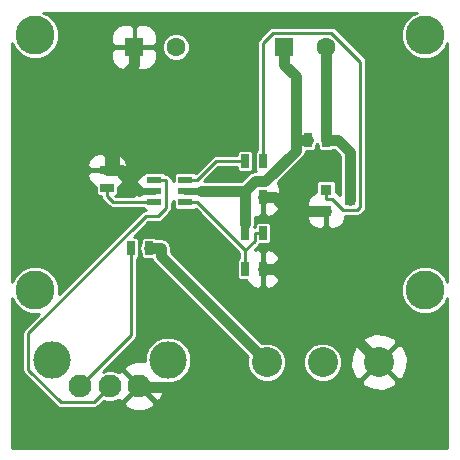
<source format=gtl>
G04 (created by PCBNEW (2013-mar-13)-testing) date Thu 23 Jan 2014 01:37:46 PM PST*
%MOIN*%
G04 Gerber Fmt 3.4, Leading zero omitted, Abs format*
%FSLAX34Y34*%
G01*
G70*
G90*
G04 APERTURE LIST*
%ADD10C,0.005906*%
%ADD11R,0.025000X0.045000*%
%ADD12R,0.063000X0.063000*%
%ADD13C,0.063000*%
%ADD14R,0.036000X0.036000*%
%ADD15R,0.045000X0.025000*%
%ADD16C,0.076000*%
%ADD17C,0.125000*%
%ADD18C,0.100000*%
%ADD19R,0.048031X0.024409*%
%ADD20C,0.130000*%
%ADD21C,0.035000*%
%ADD22C,0.024992*%
%ADD23C,0.024402*%
%ADD24C,0.010000*%
G04 APERTURE END LIST*
G54D10*
G54D11*
X18000Y-16400D03*
X18600Y-16400D03*
X20700Y-14500D03*
X20100Y-14500D03*
G54D12*
X14311Y-11400D03*
G54D13*
X15689Y-11400D03*
G54D12*
X19311Y-11400D03*
G54D13*
X20689Y-11400D03*
G54D14*
X20700Y-16850D03*
X20700Y-16150D03*
X21500Y-16500D03*
G54D11*
X14800Y-18100D03*
X14200Y-18100D03*
X18000Y-17600D03*
X18600Y-17600D03*
X18600Y-15200D03*
X18000Y-15200D03*
G54D15*
X13400Y-16100D03*
X13400Y-15500D03*
G54D11*
X18000Y-18800D03*
X18600Y-18800D03*
G54D16*
X12516Y-22700D03*
X13500Y-22700D03*
X14484Y-22700D03*
G54D17*
X11570Y-21834D03*
X15430Y-21834D03*
G54D18*
X18730Y-21900D03*
X20600Y-21900D03*
X22470Y-21900D03*
G54D19*
X16015Y-15825D03*
X16015Y-16200D03*
X16015Y-16574D03*
X14984Y-16574D03*
X14984Y-16200D03*
X14984Y-15825D03*
G54D20*
X11000Y-19500D03*
X24000Y-11000D03*
X11000Y-11000D03*
X24000Y-19500D03*
G54D21*
X14800Y-18100D02*
X15200Y-18100D01*
X15200Y-18370D02*
X15200Y-18100D01*
X18730Y-21900D02*
X15200Y-18370D01*
G54D22*
X18000Y-17303D02*
X18000Y-17600D01*
G54D21*
X18000Y-17303D02*
X18000Y-16400D01*
X18000Y-16400D02*
X18000Y-16199D01*
G54D23*
X16479Y-16199D02*
X16478Y-16200D01*
X16531Y-16199D02*
X16479Y-16199D01*
X16015Y-16200D02*
X16478Y-16200D01*
G54D21*
X20100Y-14500D02*
X19699Y-14500D01*
X18000Y-16199D02*
X16531Y-16199D01*
X19699Y-14850D02*
X19699Y-14500D01*
X18682Y-15867D02*
X19699Y-14850D01*
X18331Y-15867D02*
X18682Y-15867D01*
X18000Y-16199D02*
X18331Y-15867D01*
X19699Y-12379D02*
X19699Y-14500D01*
X19310Y-11990D02*
X19699Y-12379D01*
X19310Y-11400D02*
X19310Y-11990D01*
X18600Y-16400D02*
X19000Y-16400D01*
G54D23*
X14468Y-16200D02*
X14984Y-16200D01*
G54D21*
X13900Y-15631D02*
X13900Y-15500D01*
X14468Y-16200D02*
X13900Y-15631D01*
X13400Y-15500D02*
X13650Y-15500D01*
X13650Y-15500D02*
X13900Y-15500D01*
X13650Y-12651D02*
X14310Y-11990D01*
X13650Y-15500D02*
X13650Y-12651D01*
X14310Y-11400D02*
X14310Y-11990D01*
X18600Y-18800D02*
X19000Y-18800D01*
X20700Y-16850D02*
X19450Y-16850D01*
X19450Y-16850D02*
X19000Y-16400D01*
X19450Y-18350D02*
X19450Y-16850D01*
X19000Y-18800D02*
X19450Y-18350D01*
X21680Y-21110D02*
X19665Y-21110D01*
X22470Y-21900D02*
X21680Y-21110D01*
X14521Y-22737D02*
X14484Y-22700D01*
X18989Y-22737D02*
X14521Y-22737D01*
X19665Y-22061D02*
X18989Y-22737D01*
X19665Y-21110D02*
X19665Y-22061D01*
X19665Y-19464D02*
X19665Y-21110D01*
X19000Y-18800D02*
X19665Y-19464D01*
G54D24*
X18600Y-17600D02*
X18324Y-17600D01*
X16015Y-16574D02*
X16406Y-16574D01*
X16406Y-16574D02*
X18012Y-18180D01*
X18000Y-18193D02*
X18012Y-18180D01*
X18000Y-18800D02*
X18000Y-18193D01*
X18324Y-17868D02*
X18324Y-17600D01*
X18012Y-18180D02*
X18324Y-17868D01*
X20904Y-16480D02*
X20700Y-16480D01*
X21254Y-16830D02*
X20904Y-16480D01*
X21749Y-16830D02*
X21254Y-16830D01*
X21849Y-16730D02*
X21749Y-16830D01*
X21849Y-11886D02*
X21849Y-16730D01*
X20878Y-10916D02*
X21849Y-11886D01*
X18950Y-10916D02*
X20878Y-10916D01*
X18600Y-11266D02*
X18950Y-10916D01*
X18600Y-15200D02*
X18600Y-11266D01*
X20700Y-16150D02*
X20700Y-16480D01*
X17032Y-15200D02*
X18000Y-15200D01*
X16406Y-15825D02*
X17032Y-15200D01*
X16015Y-15825D02*
X16406Y-15825D01*
G54D21*
X21500Y-14899D02*
X21100Y-14500D01*
X21500Y-16500D02*
X21500Y-14899D01*
X20700Y-14500D02*
X21100Y-14500D01*
X20689Y-13988D02*
X20700Y-13999D01*
X20689Y-11400D02*
X20689Y-13988D01*
X20700Y-14500D02*
X20700Y-13999D01*
G54D24*
X13598Y-16574D02*
X13400Y-16375D01*
X14984Y-16574D02*
X13598Y-16574D01*
X13400Y-16100D02*
X13400Y-16375D01*
X14200Y-21015D02*
X14200Y-18100D01*
X12515Y-22700D02*
X14200Y-21015D01*
X14984Y-15825D02*
X15374Y-15825D01*
X12967Y-23232D02*
X13500Y-22700D01*
X11855Y-23232D02*
X12967Y-23232D01*
X10781Y-22158D02*
X11855Y-23232D01*
X10781Y-20948D02*
X10781Y-22158D01*
X14689Y-17040D02*
X10781Y-20948D01*
X15094Y-17040D02*
X14689Y-17040D01*
X15374Y-16761D02*
X15094Y-17040D01*
X15374Y-15825D02*
X15374Y-16761D01*
G54D10*
G36*
X24750Y-24750D02*
X23422Y-24750D01*
X23422Y-21723D01*
X23282Y-21372D01*
X23268Y-21351D01*
X23092Y-21312D01*
X23057Y-21347D01*
X23057Y-21277D01*
X23018Y-21101D01*
X22671Y-20952D01*
X22293Y-20947D01*
X21942Y-21087D01*
X21921Y-21101D01*
X21882Y-21277D01*
X22470Y-21864D01*
X23057Y-21277D01*
X23057Y-21347D01*
X22505Y-21900D01*
X23092Y-22487D01*
X23268Y-22448D01*
X23417Y-22101D01*
X23422Y-21723D01*
X23422Y-24750D01*
X23057Y-24750D01*
X23057Y-22522D01*
X22470Y-21935D01*
X22434Y-21970D01*
X22434Y-21900D01*
X21847Y-21312D01*
X21671Y-21351D01*
X21522Y-21698D01*
X21517Y-22076D01*
X21657Y-22427D01*
X21671Y-22448D01*
X21847Y-22487D01*
X22434Y-21900D01*
X22434Y-21970D01*
X21882Y-22522D01*
X21921Y-22698D01*
X22268Y-22847D01*
X22646Y-22852D01*
X22997Y-22712D01*
X23018Y-22698D01*
X23057Y-22522D01*
X23057Y-24750D01*
X21250Y-24750D01*
X21250Y-21771D01*
X21151Y-21532D01*
X20968Y-21349D01*
X20729Y-21250D01*
X20675Y-21250D01*
X20675Y-17367D01*
X20675Y-16875D01*
X20182Y-16875D01*
X20070Y-16987D01*
X20070Y-17119D01*
X20138Y-17284D01*
X20265Y-17411D01*
X20430Y-17480D01*
X20562Y-17480D01*
X20675Y-17367D01*
X20675Y-21250D01*
X20471Y-21249D01*
X20232Y-21348D01*
X20049Y-21531D01*
X19950Y-21770D01*
X19949Y-22028D01*
X20048Y-22267D01*
X20231Y-22450D01*
X20470Y-22549D01*
X20728Y-22550D01*
X20967Y-22451D01*
X21150Y-22268D01*
X21249Y-22029D01*
X21250Y-21771D01*
X21250Y-24750D01*
X16205Y-24750D01*
X16205Y-21680D01*
X16087Y-21395D01*
X15869Y-21177D01*
X15584Y-21059D01*
X15276Y-21058D01*
X14991Y-21176D01*
X14773Y-21394D01*
X14655Y-21679D01*
X14654Y-21871D01*
X14326Y-21868D01*
X14020Y-21991D01*
X14007Y-22000D01*
X13983Y-22163D01*
X14484Y-22664D01*
X14489Y-22659D01*
X14524Y-22694D01*
X14519Y-22700D01*
X15020Y-23200D01*
X15183Y-23176D01*
X15312Y-22873D01*
X15314Y-22608D01*
X15583Y-22609D01*
X15868Y-22491D01*
X16086Y-22273D01*
X16204Y-21988D01*
X16205Y-21680D01*
X16205Y-24750D01*
X14984Y-24750D01*
X14984Y-23236D01*
X14484Y-22735D01*
X13983Y-23236D01*
X14007Y-23399D01*
X14310Y-23528D01*
X14641Y-23531D01*
X14947Y-23408D01*
X14960Y-23399D01*
X14984Y-23236D01*
X14984Y-24750D01*
X10250Y-24750D01*
X10250Y-19779D01*
X10321Y-19952D01*
X10546Y-20177D01*
X10840Y-20299D01*
X11147Y-20300D01*
X10640Y-20807D01*
X10596Y-20871D01*
X10581Y-20948D01*
X10581Y-22158D01*
X10596Y-22235D01*
X10640Y-22299D01*
X11713Y-23373D01*
X11778Y-23416D01*
X11855Y-23432D01*
X12967Y-23432D01*
X13044Y-23416D01*
X13109Y-23373D01*
X13294Y-23188D01*
X13394Y-23229D01*
X13604Y-23230D01*
X13774Y-23160D01*
X13775Y-23163D01*
X13784Y-23176D01*
X13947Y-23200D01*
X14448Y-22700D01*
X13947Y-22199D01*
X13784Y-22223D01*
X13777Y-22241D01*
X13605Y-22170D01*
X13395Y-22169D01*
X13282Y-22216D01*
X14341Y-21157D01*
X14384Y-21092D01*
X14384Y-21092D01*
X14400Y-21015D01*
X14400Y-18456D01*
X14409Y-18452D01*
X14452Y-18409D01*
X14475Y-18354D01*
X14475Y-18295D01*
X14475Y-18100D01*
X14499Y-18224D01*
X14525Y-18262D01*
X14525Y-18354D01*
X14547Y-18409D01*
X14590Y-18452D01*
X14645Y-18475D01*
X14704Y-18475D01*
X14895Y-18475D01*
X14899Y-18494D01*
X14970Y-18599D01*
X18097Y-21727D01*
X18080Y-21770D01*
X18079Y-22028D01*
X18178Y-22267D01*
X18361Y-22450D01*
X18600Y-22549D01*
X18858Y-22550D01*
X19097Y-22451D01*
X19280Y-22268D01*
X19379Y-22029D01*
X19380Y-21771D01*
X19281Y-21532D01*
X19175Y-21425D01*
X19175Y-19114D01*
X19175Y-18937D01*
X19175Y-18662D01*
X19175Y-18485D01*
X19175Y-16714D01*
X19175Y-16537D01*
X19062Y-16425D01*
X18625Y-16425D01*
X18625Y-16962D01*
X18737Y-17075D01*
X18814Y-17075D01*
X18979Y-17006D01*
X19106Y-16879D01*
X19175Y-16714D01*
X19175Y-18485D01*
X19106Y-18320D01*
X18979Y-18193D01*
X18814Y-18125D01*
X18737Y-18125D01*
X18625Y-18237D01*
X18625Y-18775D01*
X19062Y-18775D01*
X19175Y-18662D01*
X19175Y-18937D01*
X19062Y-18825D01*
X18625Y-18825D01*
X18625Y-19362D01*
X18737Y-19475D01*
X18814Y-19475D01*
X18979Y-19406D01*
X19106Y-19279D01*
X19175Y-19114D01*
X19175Y-21425D01*
X19098Y-21349D01*
X18859Y-21250D01*
X18601Y-21249D01*
X18557Y-21267D01*
X15525Y-18235D01*
X15525Y-18100D01*
X15500Y-17975D01*
X15429Y-17870D01*
X15324Y-17799D01*
X15200Y-17775D01*
X15037Y-17775D01*
X15009Y-17747D01*
X14954Y-17725D01*
X14895Y-17725D01*
X14645Y-17725D01*
X14590Y-17747D01*
X14547Y-17790D01*
X14525Y-17845D01*
X14525Y-17904D01*
X14525Y-17937D01*
X14499Y-17975D01*
X14475Y-18100D01*
X14475Y-17845D01*
X14452Y-17790D01*
X14409Y-17747D01*
X14354Y-17725D01*
X14295Y-17725D01*
X14287Y-17725D01*
X14772Y-17240D01*
X15094Y-17240D01*
X15171Y-17225D01*
X15236Y-17182D01*
X15515Y-16902D01*
X15559Y-16837D01*
X15574Y-16761D01*
X15574Y-16608D01*
X15605Y-16576D01*
X15625Y-16529D01*
X15625Y-16725D01*
X15648Y-16781D01*
X15690Y-16823D01*
X15745Y-16846D01*
X15805Y-16846D01*
X16285Y-16846D01*
X16340Y-16823D01*
X16356Y-16807D01*
X17800Y-18250D01*
X17800Y-18443D01*
X17790Y-18447D01*
X17747Y-18490D01*
X17725Y-18545D01*
X17725Y-18604D01*
X17725Y-19054D01*
X17747Y-19109D01*
X17790Y-19152D01*
X17845Y-19175D01*
X17904Y-19175D01*
X18050Y-19175D01*
X18093Y-19279D01*
X18220Y-19406D01*
X18385Y-19475D01*
X18462Y-19475D01*
X18575Y-19362D01*
X18575Y-18825D01*
X18567Y-18825D01*
X18567Y-18775D01*
X18575Y-18775D01*
X18575Y-18237D01*
X18462Y-18125D01*
X18385Y-18125D01*
X18326Y-18149D01*
X18466Y-18009D01*
X18489Y-17975D01*
X18504Y-17975D01*
X18754Y-17975D01*
X18809Y-17952D01*
X18852Y-17909D01*
X18875Y-17854D01*
X18875Y-17795D01*
X18875Y-17345D01*
X18852Y-17290D01*
X18809Y-17247D01*
X18754Y-17225D01*
X18695Y-17225D01*
X18445Y-17225D01*
X18390Y-17247D01*
X18347Y-17290D01*
X18325Y-17345D01*
X18325Y-17400D01*
X18324Y-17400D01*
X18305Y-17403D01*
X18325Y-17303D01*
X18325Y-17049D01*
X18385Y-17075D01*
X18462Y-17075D01*
X18575Y-16962D01*
X18575Y-16425D01*
X18567Y-16425D01*
X18567Y-16375D01*
X18575Y-16375D01*
X18575Y-16367D01*
X18625Y-16367D01*
X18625Y-16375D01*
X19062Y-16375D01*
X19175Y-16262D01*
X19175Y-16085D01*
X19106Y-15920D01*
X19098Y-15911D01*
X19929Y-15079D01*
X19929Y-15079D01*
X19929Y-15079D01*
X19971Y-15016D01*
X20000Y-14974D01*
X20000Y-14974D01*
X20019Y-14875D01*
X20254Y-14875D01*
X20309Y-14852D01*
X20352Y-14809D01*
X20375Y-14754D01*
X20375Y-14695D01*
X20375Y-14662D01*
X20400Y-14624D01*
X20425Y-14662D01*
X20425Y-14754D01*
X20447Y-14809D01*
X20490Y-14852D01*
X20545Y-14875D01*
X20604Y-14875D01*
X20854Y-14875D01*
X20909Y-14852D01*
X20937Y-14825D01*
X20965Y-14825D01*
X21175Y-15034D01*
X21175Y-16278D01*
X21170Y-16290D01*
X21170Y-16323D01*
X21134Y-16288D01*
X21030Y-16245D01*
X21030Y-15940D01*
X21007Y-15885D01*
X20964Y-15842D01*
X20909Y-15820D01*
X20850Y-15820D01*
X20490Y-15820D01*
X20435Y-15842D01*
X20392Y-15885D01*
X20370Y-15940D01*
X20370Y-15999D01*
X20370Y-16245D01*
X20265Y-16288D01*
X20138Y-16415D01*
X20070Y-16580D01*
X20070Y-16712D01*
X20182Y-16825D01*
X20675Y-16825D01*
X20675Y-16817D01*
X20725Y-16817D01*
X20725Y-16825D01*
X20732Y-16825D01*
X20732Y-16875D01*
X20725Y-16875D01*
X20725Y-17367D01*
X20837Y-17480D01*
X20969Y-17480D01*
X21134Y-17411D01*
X21261Y-17284D01*
X21330Y-17119D01*
X21330Y-17030D01*
X21749Y-17030D01*
X21825Y-17014D01*
X21890Y-16971D01*
X21990Y-16871D01*
X22034Y-16806D01*
X22049Y-16730D01*
X22049Y-11886D01*
X22034Y-11809D01*
X22034Y-11809D01*
X21990Y-11745D01*
X21020Y-10774D01*
X20955Y-10731D01*
X20878Y-10716D01*
X18950Y-10716D01*
X18886Y-10728D01*
X18873Y-10731D01*
X18809Y-10774D01*
X18458Y-11125D01*
X18415Y-11190D01*
X18400Y-11266D01*
X18400Y-14843D01*
X18390Y-14847D01*
X18347Y-14890D01*
X18325Y-14945D01*
X18325Y-15004D01*
X18325Y-15454D01*
X18347Y-15509D01*
X18380Y-15542D01*
X18331Y-15542D01*
X18207Y-15566D01*
X18102Y-15637D01*
X17865Y-15874D01*
X16640Y-15874D01*
X17114Y-15400D01*
X17725Y-15400D01*
X17725Y-15454D01*
X17747Y-15509D01*
X17790Y-15552D01*
X17845Y-15575D01*
X17904Y-15575D01*
X18154Y-15575D01*
X18209Y-15552D01*
X18252Y-15509D01*
X18275Y-15454D01*
X18275Y-15395D01*
X18275Y-14945D01*
X18252Y-14890D01*
X18209Y-14847D01*
X18154Y-14825D01*
X18095Y-14825D01*
X17845Y-14825D01*
X17790Y-14847D01*
X17747Y-14890D01*
X17725Y-14945D01*
X17725Y-15000D01*
X17032Y-15000D01*
X16955Y-15015D01*
X16890Y-15058D01*
X16356Y-15592D01*
X16340Y-15576D01*
X16285Y-15553D01*
X16226Y-15553D01*
X16154Y-15553D01*
X16154Y-11307D01*
X16083Y-11136D01*
X15952Y-11006D01*
X15781Y-10935D01*
X15596Y-10934D01*
X15425Y-11005D01*
X15295Y-11136D01*
X15224Y-11307D01*
X15223Y-11492D01*
X15294Y-11663D01*
X15425Y-11793D01*
X15596Y-11864D01*
X15781Y-11865D01*
X15952Y-11794D01*
X16082Y-11663D01*
X16153Y-11492D01*
X16154Y-11307D01*
X16154Y-15553D01*
X15745Y-15553D01*
X15690Y-15576D01*
X15648Y-15618D01*
X15625Y-15674D01*
X15625Y-15733D01*
X15625Y-15870D01*
X15605Y-15823D01*
X15566Y-15783D01*
X15559Y-15749D01*
X15515Y-15684D01*
X15451Y-15641D01*
X15374Y-15625D01*
X15354Y-15625D01*
X15351Y-15618D01*
X15309Y-15576D01*
X15254Y-15553D01*
X15194Y-15553D01*
X15076Y-15553D01*
X15076Y-11804D01*
X15076Y-11625D01*
X15076Y-11537D01*
X15076Y-11262D01*
X15076Y-11174D01*
X15076Y-10995D01*
X15007Y-10830D01*
X14880Y-10703D01*
X14715Y-10635D01*
X14448Y-10635D01*
X14336Y-10747D01*
X14336Y-11375D01*
X14963Y-11375D01*
X15076Y-11262D01*
X15076Y-11537D01*
X14963Y-11425D01*
X14336Y-11425D01*
X14336Y-12052D01*
X14448Y-12165D01*
X14715Y-12165D01*
X14880Y-12096D01*
X15007Y-11969D01*
X15076Y-11804D01*
X15076Y-15553D01*
X14714Y-15553D01*
X14659Y-15576D01*
X14616Y-15618D01*
X14604Y-15648D01*
X14489Y-15696D01*
X14362Y-15823D01*
X14294Y-15988D01*
X14294Y-16062D01*
X14406Y-16175D01*
X14959Y-16175D01*
X14959Y-16167D01*
X15009Y-16167D01*
X15009Y-16175D01*
X15017Y-16175D01*
X15017Y-16225D01*
X15009Y-16225D01*
X15009Y-16232D01*
X14959Y-16232D01*
X14959Y-16225D01*
X14406Y-16225D01*
X14294Y-16337D01*
X14294Y-16374D01*
X14286Y-16374D01*
X14286Y-12052D01*
X14286Y-11425D01*
X14286Y-11375D01*
X14286Y-10747D01*
X14173Y-10635D01*
X13906Y-10635D01*
X13741Y-10703D01*
X13614Y-10830D01*
X13546Y-10995D01*
X13546Y-11174D01*
X13546Y-11262D01*
X13658Y-11375D01*
X14286Y-11375D01*
X14286Y-11425D01*
X13658Y-11425D01*
X13546Y-11537D01*
X13546Y-11625D01*
X13546Y-11804D01*
X13614Y-11969D01*
X13741Y-12096D01*
X13906Y-12165D01*
X14173Y-12165D01*
X14286Y-12052D01*
X14286Y-16374D01*
X13681Y-16374D01*
X13674Y-16366D01*
X13709Y-16352D01*
X13752Y-16309D01*
X13775Y-16254D01*
X13775Y-16195D01*
X13775Y-16049D01*
X13879Y-16006D01*
X14006Y-15879D01*
X14075Y-15714D01*
X14075Y-15637D01*
X14075Y-15362D01*
X14075Y-15285D01*
X14006Y-15120D01*
X13879Y-14993D01*
X13714Y-14925D01*
X13537Y-14925D01*
X13425Y-15037D01*
X13425Y-15475D01*
X13962Y-15475D01*
X14075Y-15362D01*
X14075Y-15637D01*
X13962Y-15525D01*
X13425Y-15525D01*
X13425Y-15532D01*
X13375Y-15532D01*
X13375Y-15525D01*
X13375Y-15475D01*
X13375Y-15037D01*
X13262Y-14925D01*
X13085Y-14925D01*
X12920Y-14993D01*
X12793Y-15120D01*
X12725Y-15285D01*
X12725Y-15362D01*
X12837Y-15475D01*
X13375Y-15475D01*
X13375Y-15525D01*
X12837Y-15525D01*
X12725Y-15637D01*
X12725Y-15714D01*
X12793Y-15879D01*
X12920Y-16006D01*
X13025Y-16049D01*
X13025Y-16254D01*
X13047Y-16309D01*
X13090Y-16352D01*
X13145Y-16375D01*
X13200Y-16375D01*
X13200Y-16375D01*
X13215Y-16451D01*
X13258Y-16516D01*
X13457Y-16715D01*
X13522Y-16758D01*
X13598Y-16774D01*
X14614Y-16774D01*
X14616Y-16781D01*
X14659Y-16823D01*
X14701Y-16840D01*
X14689Y-16840D01*
X14612Y-16856D01*
X14591Y-16870D01*
X14547Y-16899D01*
X11799Y-19647D01*
X11800Y-19341D01*
X11678Y-19047D01*
X11453Y-18822D01*
X11159Y-18700D01*
X10841Y-18699D01*
X10547Y-18821D01*
X10322Y-19046D01*
X10250Y-19220D01*
X10250Y-11279D01*
X10321Y-11452D01*
X10546Y-11677D01*
X10840Y-11799D01*
X11158Y-11800D01*
X11452Y-11678D01*
X11677Y-11453D01*
X11799Y-11159D01*
X11800Y-10841D01*
X11678Y-10547D01*
X11453Y-10322D01*
X11279Y-10250D01*
X23720Y-10250D01*
X23547Y-10321D01*
X23322Y-10546D01*
X23200Y-10840D01*
X23199Y-11158D01*
X23321Y-11452D01*
X23546Y-11677D01*
X23840Y-11799D01*
X24158Y-11800D01*
X24452Y-11678D01*
X24677Y-11453D01*
X24750Y-11279D01*
X24750Y-19220D01*
X24678Y-19047D01*
X24453Y-18822D01*
X24159Y-18700D01*
X23841Y-18699D01*
X23547Y-18821D01*
X23322Y-19046D01*
X23200Y-19340D01*
X23199Y-19658D01*
X23321Y-19952D01*
X23546Y-20177D01*
X23840Y-20299D01*
X24158Y-20300D01*
X24452Y-20178D01*
X24677Y-19953D01*
X24750Y-19779D01*
X24750Y-24750D01*
X24750Y-24750D01*
G37*
G54D24*
X24750Y-24750D02*
X23422Y-24750D01*
X23422Y-21723D01*
X23282Y-21372D01*
X23268Y-21351D01*
X23092Y-21312D01*
X23057Y-21347D01*
X23057Y-21277D01*
X23018Y-21101D01*
X22671Y-20952D01*
X22293Y-20947D01*
X21942Y-21087D01*
X21921Y-21101D01*
X21882Y-21277D01*
X22470Y-21864D01*
X23057Y-21277D01*
X23057Y-21347D01*
X22505Y-21900D01*
X23092Y-22487D01*
X23268Y-22448D01*
X23417Y-22101D01*
X23422Y-21723D01*
X23422Y-24750D01*
X23057Y-24750D01*
X23057Y-22522D01*
X22470Y-21935D01*
X22434Y-21970D01*
X22434Y-21900D01*
X21847Y-21312D01*
X21671Y-21351D01*
X21522Y-21698D01*
X21517Y-22076D01*
X21657Y-22427D01*
X21671Y-22448D01*
X21847Y-22487D01*
X22434Y-21900D01*
X22434Y-21970D01*
X21882Y-22522D01*
X21921Y-22698D01*
X22268Y-22847D01*
X22646Y-22852D01*
X22997Y-22712D01*
X23018Y-22698D01*
X23057Y-22522D01*
X23057Y-24750D01*
X21250Y-24750D01*
X21250Y-21771D01*
X21151Y-21532D01*
X20968Y-21349D01*
X20729Y-21250D01*
X20675Y-21250D01*
X20675Y-17367D01*
X20675Y-16875D01*
X20182Y-16875D01*
X20070Y-16987D01*
X20070Y-17119D01*
X20138Y-17284D01*
X20265Y-17411D01*
X20430Y-17480D01*
X20562Y-17480D01*
X20675Y-17367D01*
X20675Y-21250D01*
X20471Y-21249D01*
X20232Y-21348D01*
X20049Y-21531D01*
X19950Y-21770D01*
X19949Y-22028D01*
X20048Y-22267D01*
X20231Y-22450D01*
X20470Y-22549D01*
X20728Y-22550D01*
X20967Y-22451D01*
X21150Y-22268D01*
X21249Y-22029D01*
X21250Y-21771D01*
X21250Y-24750D01*
X16205Y-24750D01*
X16205Y-21680D01*
X16087Y-21395D01*
X15869Y-21177D01*
X15584Y-21059D01*
X15276Y-21058D01*
X14991Y-21176D01*
X14773Y-21394D01*
X14655Y-21679D01*
X14654Y-21871D01*
X14326Y-21868D01*
X14020Y-21991D01*
X14007Y-22000D01*
X13983Y-22163D01*
X14484Y-22664D01*
X14489Y-22659D01*
X14524Y-22694D01*
X14519Y-22700D01*
X15020Y-23200D01*
X15183Y-23176D01*
X15312Y-22873D01*
X15314Y-22608D01*
X15583Y-22609D01*
X15868Y-22491D01*
X16086Y-22273D01*
X16204Y-21988D01*
X16205Y-21680D01*
X16205Y-24750D01*
X14984Y-24750D01*
X14984Y-23236D01*
X14484Y-22735D01*
X13983Y-23236D01*
X14007Y-23399D01*
X14310Y-23528D01*
X14641Y-23531D01*
X14947Y-23408D01*
X14960Y-23399D01*
X14984Y-23236D01*
X14984Y-24750D01*
X10250Y-24750D01*
X10250Y-19779D01*
X10321Y-19952D01*
X10546Y-20177D01*
X10840Y-20299D01*
X11147Y-20300D01*
X10640Y-20807D01*
X10596Y-20871D01*
X10581Y-20948D01*
X10581Y-22158D01*
X10596Y-22235D01*
X10640Y-22299D01*
X11713Y-23373D01*
X11778Y-23416D01*
X11855Y-23432D01*
X12967Y-23432D01*
X13044Y-23416D01*
X13109Y-23373D01*
X13294Y-23188D01*
X13394Y-23229D01*
X13604Y-23230D01*
X13774Y-23160D01*
X13775Y-23163D01*
X13784Y-23176D01*
X13947Y-23200D01*
X14448Y-22700D01*
X13947Y-22199D01*
X13784Y-22223D01*
X13777Y-22241D01*
X13605Y-22170D01*
X13395Y-22169D01*
X13282Y-22216D01*
X14341Y-21157D01*
X14384Y-21092D01*
X14384Y-21092D01*
X14400Y-21015D01*
X14400Y-18456D01*
X14409Y-18452D01*
X14452Y-18409D01*
X14475Y-18354D01*
X14475Y-18295D01*
X14475Y-18100D01*
X14499Y-18224D01*
X14525Y-18262D01*
X14525Y-18354D01*
X14547Y-18409D01*
X14590Y-18452D01*
X14645Y-18475D01*
X14704Y-18475D01*
X14895Y-18475D01*
X14899Y-18494D01*
X14970Y-18599D01*
X18097Y-21727D01*
X18080Y-21770D01*
X18079Y-22028D01*
X18178Y-22267D01*
X18361Y-22450D01*
X18600Y-22549D01*
X18858Y-22550D01*
X19097Y-22451D01*
X19280Y-22268D01*
X19379Y-22029D01*
X19380Y-21771D01*
X19281Y-21532D01*
X19175Y-21425D01*
X19175Y-19114D01*
X19175Y-18937D01*
X19175Y-18662D01*
X19175Y-18485D01*
X19175Y-16714D01*
X19175Y-16537D01*
X19062Y-16425D01*
X18625Y-16425D01*
X18625Y-16962D01*
X18737Y-17075D01*
X18814Y-17075D01*
X18979Y-17006D01*
X19106Y-16879D01*
X19175Y-16714D01*
X19175Y-18485D01*
X19106Y-18320D01*
X18979Y-18193D01*
X18814Y-18125D01*
X18737Y-18125D01*
X18625Y-18237D01*
X18625Y-18775D01*
X19062Y-18775D01*
X19175Y-18662D01*
X19175Y-18937D01*
X19062Y-18825D01*
X18625Y-18825D01*
X18625Y-19362D01*
X18737Y-19475D01*
X18814Y-19475D01*
X18979Y-19406D01*
X19106Y-19279D01*
X19175Y-19114D01*
X19175Y-21425D01*
X19098Y-21349D01*
X18859Y-21250D01*
X18601Y-21249D01*
X18557Y-21267D01*
X15525Y-18235D01*
X15525Y-18100D01*
X15500Y-17975D01*
X15429Y-17870D01*
X15324Y-17799D01*
X15200Y-17775D01*
X15037Y-17775D01*
X15009Y-17747D01*
X14954Y-17725D01*
X14895Y-17725D01*
X14645Y-17725D01*
X14590Y-17747D01*
X14547Y-17790D01*
X14525Y-17845D01*
X14525Y-17904D01*
X14525Y-17937D01*
X14499Y-17975D01*
X14475Y-18100D01*
X14475Y-17845D01*
X14452Y-17790D01*
X14409Y-17747D01*
X14354Y-17725D01*
X14295Y-17725D01*
X14287Y-17725D01*
X14772Y-17240D01*
X15094Y-17240D01*
X15171Y-17225D01*
X15236Y-17182D01*
X15515Y-16902D01*
X15559Y-16837D01*
X15574Y-16761D01*
X15574Y-16608D01*
X15605Y-16576D01*
X15625Y-16529D01*
X15625Y-16725D01*
X15648Y-16781D01*
X15690Y-16823D01*
X15745Y-16846D01*
X15805Y-16846D01*
X16285Y-16846D01*
X16340Y-16823D01*
X16356Y-16807D01*
X17800Y-18250D01*
X17800Y-18443D01*
X17790Y-18447D01*
X17747Y-18490D01*
X17725Y-18545D01*
X17725Y-18604D01*
X17725Y-19054D01*
X17747Y-19109D01*
X17790Y-19152D01*
X17845Y-19175D01*
X17904Y-19175D01*
X18050Y-19175D01*
X18093Y-19279D01*
X18220Y-19406D01*
X18385Y-19475D01*
X18462Y-19475D01*
X18575Y-19362D01*
X18575Y-18825D01*
X18567Y-18825D01*
X18567Y-18775D01*
X18575Y-18775D01*
X18575Y-18237D01*
X18462Y-18125D01*
X18385Y-18125D01*
X18326Y-18149D01*
X18466Y-18009D01*
X18489Y-17975D01*
X18504Y-17975D01*
X18754Y-17975D01*
X18809Y-17952D01*
X18852Y-17909D01*
X18875Y-17854D01*
X18875Y-17795D01*
X18875Y-17345D01*
X18852Y-17290D01*
X18809Y-17247D01*
X18754Y-17225D01*
X18695Y-17225D01*
X18445Y-17225D01*
X18390Y-17247D01*
X18347Y-17290D01*
X18325Y-17345D01*
X18325Y-17400D01*
X18324Y-17400D01*
X18305Y-17403D01*
X18325Y-17303D01*
X18325Y-17049D01*
X18385Y-17075D01*
X18462Y-17075D01*
X18575Y-16962D01*
X18575Y-16425D01*
X18567Y-16425D01*
X18567Y-16375D01*
X18575Y-16375D01*
X18575Y-16367D01*
X18625Y-16367D01*
X18625Y-16375D01*
X19062Y-16375D01*
X19175Y-16262D01*
X19175Y-16085D01*
X19106Y-15920D01*
X19098Y-15911D01*
X19929Y-15079D01*
X19929Y-15079D01*
X19929Y-15079D01*
X19971Y-15016D01*
X20000Y-14974D01*
X20000Y-14974D01*
X20019Y-14875D01*
X20254Y-14875D01*
X20309Y-14852D01*
X20352Y-14809D01*
X20375Y-14754D01*
X20375Y-14695D01*
X20375Y-14662D01*
X20400Y-14624D01*
X20425Y-14662D01*
X20425Y-14754D01*
X20447Y-14809D01*
X20490Y-14852D01*
X20545Y-14875D01*
X20604Y-14875D01*
X20854Y-14875D01*
X20909Y-14852D01*
X20937Y-14825D01*
X20965Y-14825D01*
X21175Y-15034D01*
X21175Y-16278D01*
X21170Y-16290D01*
X21170Y-16323D01*
X21134Y-16288D01*
X21030Y-16245D01*
X21030Y-15940D01*
X21007Y-15885D01*
X20964Y-15842D01*
X20909Y-15820D01*
X20850Y-15820D01*
X20490Y-15820D01*
X20435Y-15842D01*
X20392Y-15885D01*
X20370Y-15940D01*
X20370Y-15999D01*
X20370Y-16245D01*
X20265Y-16288D01*
X20138Y-16415D01*
X20070Y-16580D01*
X20070Y-16712D01*
X20182Y-16825D01*
X20675Y-16825D01*
X20675Y-16817D01*
X20725Y-16817D01*
X20725Y-16825D01*
X20732Y-16825D01*
X20732Y-16875D01*
X20725Y-16875D01*
X20725Y-17367D01*
X20837Y-17480D01*
X20969Y-17480D01*
X21134Y-17411D01*
X21261Y-17284D01*
X21330Y-17119D01*
X21330Y-17030D01*
X21749Y-17030D01*
X21825Y-17014D01*
X21890Y-16971D01*
X21990Y-16871D01*
X22034Y-16806D01*
X22049Y-16730D01*
X22049Y-11886D01*
X22034Y-11809D01*
X22034Y-11809D01*
X21990Y-11745D01*
X21020Y-10774D01*
X20955Y-10731D01*
X20878Y-10716D01*
X18950Y-10716D01*
X18886Y-10728D01*
X18873Y-10731D01*
X18809Y-10774D01*
X18458Y-11125D01*
X18415Y-11190D01*
X18400Y-11266D01*
X18400Y-14843D01*
X18390Y-14847D01*
X18347Y-14890D01*
X18325Y-14945D01*
X18325Y-15004D01*
X18325Y-15454D01*
X18347Y-15509D01*
X18380Y-15542D01*
X18331Y-15542D01*
X18207Y-15566D01*
X18102Y-15637D01*
X17865Y-15874D01*
X16640Y-15874D01*
X17114Y-15400D01*
X17725Y-15400D01*
X17725Y-15454D01*
X17747Y-15509D01*
X17790Y-15552D01*
X17845Y-15575D01*
X17904Y-15575D01*
X18154Y-15575D01*
X18209Y-15552D01*
X18252Y-15509D01*
X18275Y-15454D01*
X18275Y-15395D01*
X18275Y-14945D01*
X18252Y-14890D01*
X18209Y-14847D01*
X18154Y-14825D01*
X18095Y-14825D01*
X17845Y-14825D01*
X17790Y-14847D01*
X17747Y-14890D01*
X17725Y-14945D01*
X17725Y-15000D01*
X17032Y-15000D01*
X16955Y-15015D01*
X16890Y-15058D01*
X16356Y-15592D01*
X16340Y-15576D01*
X16285Y-15553D01*
X16226Y-15553D01*
X16154Y-15553D01*
X16154Y-11307D01*
X16083Y-11136D01*
X15952Y-11006D01*
X15781Y-10935D01*
X15596Y-10934D01*
X15425Y-11005D01*
X15295Y-11136D01*
X15224Y-11307D01*
X15223Y-11492D01*
X15294Y-11663D01*
X15425Y-11793D01*
X15596Y-11864D01*
X15781Y-11865D01*
X15952Y-11794D01*
X16082Y-11663D01*
X16153Y-11492D01*
X16154Y-11307D01*
X16154Y-15553D01*
X15745Y-15553D01*
X15690Y-15576D01*
X15648Y-15618D01*
X15625Y-15674D01*
X15625Y-15733D01*
X15625Y-15870D01*
X15605Y-15823D01*
X15566Y-15783D01*
X15559Y-15749D01*
X15515Y-15684D01*
X15451Y-15641D01*
X15374Y-15625D01*
X15354Y-15625D01*
X15351Y-15618D01*
X15309Y-15576D01*
X15254Y-15553D01*
X15194Y-15553D01*
X15076Y-15553D01*
X15076Y-11804D01*
X15076Y-11625D01*
X15076Y-11537D01*
X15076Y-11262D01*
X15076Y-11174D01*
X15076Y-10995D01*
X15007Y-10830D01*
X14880Y-10703D01*
X14715Y-10635D01*
X14448Y-10635D01*
X14336Y-10747D01*
X14336Y-11375D01*
X14963Y-11375D01*
X15076Y-11262D01*
X15076Y-11537D01*
X14963Y-11425D01*
X14336Y-11425D01*
X14336Y-12052D01*
X14448Y-12165D01*
X14715Y-12165D01*
X14880Y-12096D01*
X15007Y-11969D01*
X15076Y-11804D01*
X15076Y-15553D01*
X14714Y-15553D01*
X14659Y-15576D01*
X14616Y-15618D01*
X14604Y-15648D01*
X14489Y-15696D01*
X14362Y-15823D01*
X14294Y-15988D01*
X14294Y-16062D01*
X14406Y-16175D01*
X14959Y-16175D01*
X14959Y-16167D01*
X15009Y-16167D01*
X15009Y-16175D01*
X15017Y-16175D01*
X15017Y-16225D01*
X15009Y-16225D01*
X15009Y-16232D01*
X14959Y-16232D01*
X14959Y-16225D01*
X14406Y-16225D01*
X14294Y-16337D01*
X14294Y-16374D01*
X14286Y-16374D01*
X14286Y-12052D01*
X14286Y-11425D01*
X14286Y-11375D01*
X14286Y-10747D01*
X14173Y-10635D01*
X13906Y-10635D01*
X13741Y-10703D01*
X13614Y-10830D01*
X13546Y-10995D01*
X13546Y-11174D01*
X13546Y-11262D01*
X13658Y-11375D01*
X14286Y-11375D01*
X14286Y-11425D01*
X13658Y-11425D01*
X13546Y-11537D01*
X13546Y-11625D01*
X13546Y-11804D01*
X13614Y-11969D01*
X13741Y-12096D01*
X13906Y-12165D01*
X14173Y-12165D01*
X14286Y-12052D01*
X14286Y-16374D01*
X13681Y-16374D01*
X13674Y-16366D01*
X13709Y-16352D01*
X13752Y-16309D01*
X13775Y-16254D01*
X13775Y-16195D01*
X13775Y-16049D01*
X13879Y-16006D01*
X14006Y-15879D01*
X14075Y-15714D01*
X14075Y-15637D01*
X14075Y-15362D01*
X14075Y-15285D01*
X14006Y-15120D01*
X13879Y-14993D01*
X13714Y-14925D01*
X13537Y-14925D01*
X13425Y-15037D01*
X13425Y-15475D01*
X13962Y-15475D01*
X14075Y-15362D01*
X14075Y-15637D01*
X13962Y-15525D01*
X13425Y-15525D01*
X13425Y-15532D01*
X13375Y-15532D01*
X13375Y-15525D01*
X13375Y-15475D01*
X13375Y-15037D01*
X13262Y-14925D01*
X13085Y-14925D01*
X12920Y-14993D01*
X12793Y-15120D01*
X12725Y-15285D01*
X12725Y-15362D01*
X12837Y-15475D01*
X13375Y-15475D01*
X13375Y-15525D01*
X12837Y-15525D01*
X12725Y-15637D01*
X12725Y-15714D01*
X12793Y-15879D01*
X12920Y-16006D01*
X13025Y-16049D01*
X13025Y-16254D01*
X13047Y-16309D01*
X13090Y-16352D01*
X13145Y-16375D01*
X13200Y-16375D01*
X13200Y-16375D01*
X13215Y-16451D01*
X13258Y-16516D01*
X13457Y-16715D01*
X13522Y-16758D01*
X13598Y-16774D01*
X14614Y-16774D01*
X14616Y-16781D01*
X14659Y-16823D01*
X14701Y-16840D01*
X14689Y-16840D01*
X14612Y-16856D01*
X14591Y-16870D01*
X14547Y-16899D01*
X11799Y-19647D01*
X11800Y-19341D01*
X11678Y-19047D01*
X11453Y-18822D01*
X11159Y-18700D01*
X10841Y-18699D01*
X10547Y-18821D01*
X10322Y-19046D01*
X10250Y-19220D01*
X10250Y-11279D01*
X10321Y-11452D01*
X10546Y-11677D01*
X10840Y-11799D01*
X11158Y-11800D01*
X11452Y-11678D01*
X11677Y-11453D01*
X11799Y-11159D01*
X11800Y-10841D01*
X11678Y-10547D01*
X11453Y-10322D01*
X11279Y-10250D01*
X23720Y-10250D01*
X23547Y-10321D01*
X23322Y-10546D01*
X23200Y-10840D01*
X23199Y-11158D01*
X23321Y-11452D01*
X23546Y-11677D01*
X23840Y-11799D01*
X24158Y-11800D01*
X24452Y-11678D01*
X24677Y-11453D01*
X24750Y-11279D01*
X24750Y-19220D01*
X24678Y-19047D01*
X24453Y-18822D01*
X24159Y-18700D01*
X23841Y-18699D01*
X23547Y-18821D01*
X23322Y-19046D01*
X23200Y-19340D01*
X23199Y-19658D01*
X23321Y-19952D01*
X23546Y-20177D01*
X23840Y-20299D01*
X24158Y-20300D01*
X24452Y-20178D01*
X24677Y-19953D01*
X24750Y-19779D01*
X24750Y-24750D01*
M02*

</source>
